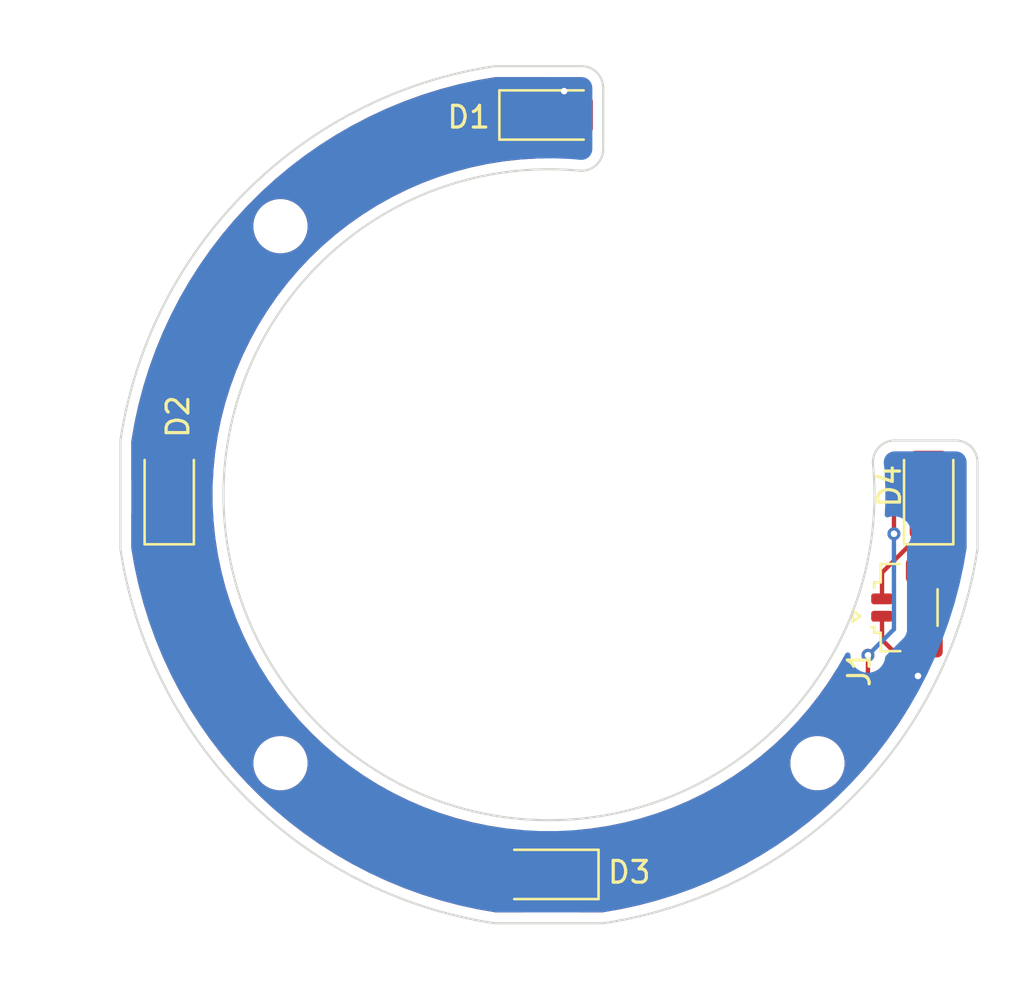
<source format=kicad_pcb>
(kicad_pcb (version 20240108) (generator "pcbnew") (generator_version "8.0")
  (layers (0 "F.Cu" signal) (31 "B.Cu" signal) (34 "B.Paste" user) (35 "F.Paste" user) (36 "B.SilkS" user "B.Silkscreen") (37 "F.SilkS" user "F.Silkscreen") (38 "B.Mask" user) (39 "F.Mask" user) (44 "Edge.Cuts" user))
  (net 0 "")
  (net 1 "Net-(D1-K)")
  (net 2 "Net-(D1-A)")
  (net 3 "Net-(D2-K)")
  (net 4 "Net-(D3-K)")
  (net 5 "Net-(D4-K)")
  (footprint "LED_SMD:LED_1206_3216Metric" (layer "F.Cu") (at 155.2 95.2 90)
    (property "Reference" "D4" (at 0.4 -1.8 90) (layer "F.SilkS"))
    (property "Value" "XL-3216HIRC-850")
    (fp_line (start 1.6 -1.135) (end -2.285 -1.135) (stroke (width 0.12)) (layer "F.SilkS"))
    (fp_line (start -2.285 -1.135) (end -2.285 1.135) (stroke (width 0.12)) (layer "F.SilkS"))
    (fp_line (start -2.285 1.135) (end 1.6 1.135) (stroke (width 0.12)) (layer "F.SilkS"))
    (pad "1" smd roundrect (at -1.4 0 90) (size 1.25 1.75) (layers "F.Cu" "F.Paste" "F.Mask") (roundrect_rratio 0.2) (net 5 "Net-(D4-K)"))
    (pad "2" smd roundrect (at 1.4 0 90) (size 1.25 1.75) (layers "F.Cu" "F.Paste" "F.Mask") (roundrect_rratio 0.2) (net 4 "Net-(D3-K)"))
  )
  (footprint "MountingHole:MountingHole_2mm" (layer "F.Cu") (at 150.074368 107.574368)
    (property "Reference" "H3" (hide yes))
    (property "Value" "MountingHole" (hide yes))
    (pad "" np_thru_hole circle (at 0 0) (size 2 2) (drill 2) (layers "*.Cu" "*.Mask"))
  )
  (footprint "MountingHole:MountingHole_2mm" (layer "F.Cu") (at 125.325631 82.825631)
    (property "Reference" "H1" (hide yes))
    (property "Value" "MountingHole" (hide yes))
    (pad "" np_thru_hole circle (at 0 0) (size 2 2) (drill 2) (layers "*.Cu" "*.Mask"))
  )
  (footprint "Connector_JST:JST_SUR_SM02B-SURS-TF_1x02-1MP_P0.80mm_Horizontal" (layer "F.Cu") (at 154.2 100.4 90)
    (property "Reference" "J1" (at -2.8 -2.2 90) (layer "F.SilkS"))
    (property "Value" "SM02B-SURS-TF(LF)(SN)")
    (fp_line (start -0.15 -2.503553) (end -0.65 -2.503553) (stroke (width 0.12)) (layer "F.SilkS"))
    (fp_line (start -0.65 -2.503553) (end -0.4 -2.15) (stroke (width 0.12)) (layer "F.SilkS"))
    (fp_line (start -0.4 -2.15) (end -0.15 -2.503553) (stroke (width 0.12)) (layer "F.SilkS"))
    (fp_line (start 1.16 -1.51) (end 0.91 -1.51) (stroke (width 0.12)) (layer "F.SilkS"))
    (fp_line (start -0.91 -1.51) (end -0.91 -1.65) (stroke (width 0.12)) (layer "F.SilkS"))
    (fp_line (start -1.16 -1.51) (end -0.91 -1.51) (stroke (width 0.12)) (layer "F.SilkS"))
    (fp_line (start 2.01 -1.21) (end 1.16 -1.21) (stroke (width 0.12)) (layer "F.SilkS"))
    (fp_line (start 1.16 -1.21) (end 1.16 -1.51) (stroke (width 0.12)) (layer "F.SilkS"))
    (fp_line (start -1.16 -1.21) (end -1.16 -1.51) (stroke (width 0.12)) (layer "F.SilkS"))
    (fp_line (start -2.01 -1.21) (end -1.16 -1.21) (stroke (width 0.12)) (layer "F.SilkS"))
    (fp_line (start 2.01 -0.31) (end 2.01 -1.21) (stroke (width 0.12)) (layer "F.SilkS"))
    (fp_line (start -2.01 -0.31) (end -2.01 -1.21) (stroke (width 0.12)) (layer "F.SilkS"))
    (fp_line (start -0.84 1.41) (end 0.84 1.41) (stroke (width 0.12)) (layer "F.SilkS"))
    (pad "1" smd roundrect (at -0.4 -1.15 90) (size 0.5 1) (layers "F.Cu" "F.Paste" "F.Mask") (net 2 "Net-(D1-A)"))
    (pad "2" smd roundrect (at 0.4 -1.15 90) (size 0.5 1) (layers "F.Cu" "F.Paste" "F.Mask") (net 5 "Net-(D4-K)"))
    (pad "MP" smd roundrect (at -1.7 0.8 90) (size 1.2 1.7) (layers "F.Cu" "F.Paste" "F.Mask") (roundrect_rratio 0.208333))
    (pad "MP" smd roundrect (at 1.7 0.8 90) (size 1.2 1.7) (layers "F.Cu" "F.Paste" "F.Mask") (roundrect_rratio 0.208333))
  )
  (footprint "MountingHole:MountingHole_2mm" (layer "F.Cu") (at 125.325631 107.574368)
    (property "Reference" "H2" (hide yes))
    (property "Value" "MountingHole" (hide yes))
    (pad "" np_thru_hole circle (at 0 0) (size 2 2) (drill 2) (layers "*.Cu" "*.Mask"))
  )
  (footprint "LED_SMD:LED_1206_3216Metric" (layer "F.Cu") (at 137.7 112.7 180)
    (property "Reference" "D3" (at -3.7 0.1 0) (layer "F.SilkS"))
    (property "Value" "XL-3216HIRC-850")
    (fp_line (start 1.6 -1.135) (end -2.285 -1.135) (stroke (width 0.12)) (layer "F.SilkS"))
    (fp_line (start -2.285 1.135) (end 1.6 1.135) (stroke (width 0.12)) (layer "F.SilkS"))
    (fp_line (start -2.285 -1.135) (end -2.285 1.135) (stroke (width 0.12)) (layer "F.SilkS"))
    (pad "1" smd roundrect (at -1.4 0 180) (size 1.25 1.75) (layers "F.Cu" "F.Paste" "F.Mask") (roundrect_rratio 0.2) (net 4 "Net-(D3-K)"))
    (pad "2" smd roundrect (at 1.4 0 180) (size 1.25 1.75) (layers "F.Cu" "F.Paste" "F.Mask") (roundrect_rratio 0.2) (net 3 "Net-(D2-K)"))
  )
  (footprint "LED_SMD:LED_1206_3216Metric" (layer "F.Cu") (at 137.7 77.7)
    (property "Reference" "D1" (at -3.7 0.1 0) (layer "F.SilkS"))
    (property "Value" "XL-3216HIRC-850")
    (fp_line (start -2.285 -1.135) (end -2.285 1.135) (stroke (width 0.12)) (layer "F.SilkS"))
    (fp_line (start -2.285 1.135) (end 1.6 1.135) (stroke (width 0.12)) (layer "F.SilkS"))
    (fp_line (start 1.6 -1.135) (end -2.285 -1.135) (stroke (width 0.12)) (layer "F.SilkS"))
    (pad "1" smd roundrect (at -1.4 0) (size 1.25 1.75) (layers "F.Cu" "F.Paste" "F.Mask") (roundrect_rratio 0.2) (net 1 "Net-(D1-K)"))
    (pad "2" smd roundrect (at 1.4 0) (size 1.25 1.75) (layers "F.Cu" "F.Paste" "F.Mask") (roundrect_rratio 0.2) (net 2 "Net-(D1-A)"))
  )
  (footprint "LED_SMD:LED_1206_3216Metric" (layer "F.Cu") (at 120.2 95.2 90)
    (property "Reference" "D2" (at 3.6 0.4 90) (layer "F.SilkS"))
    (property "Value" "XL-3216HIRC-850")
    (fp_line (start 1.6 -1.135) (end -2.285 -1.135) (stroke (width 0.12)) (layer "F.SilkS"))
    (fp_line (start -2.285 -1.135) (end -2.285 1.135) (stroke (width 0.12)) (layer "F.SilkS"))
    (fp_line (start -2.285 1.135) (end 1.6 1.135) (stroke (width 0.12)) (layer "F.SilkS"))
    (pad "1" smd roundrect (at -1.4 0 90) (size 1.25 1.75) (layers "F.Cu" "F.Paste" "F.Mask") (roundrect_rratio 0.2) (net 3 "Net-(D2-K)"))
    (pad "2" smd roundrect (at 1.4 0 90) (size 1.25 1.75) (layers "F.Cu" "F.Paste" "F.Mask") (roundrect_rratio 0.2) (net 1 "Net-(D1-K)"))
  )
  (gr_line (start 156.45 92.7) (end 153.629532 92.7) (stroke (width 0.1)) (layer "Edge.Cuts"))
  (gr_arc (start 152.633937 93.79375) (mid 152.890022 93.026854) (end 153.629532 92.7) (stroke (width 0.1)) (layer "Edge.Cuts"))
  (gr_line (start 157.45 93.7) (end 157.45 97.7) (stroke (width 0.1)) (layer "Edge.Cuts"))
  (gr_arc (start 135.2 114.95) (mid 123.734641 109.165359) (end 117.95 97.7) (stroke (width 0.1)) (layer "Edge.Cuts"))
  (gr_line (start 139.2 75.45) (end 135.2 75.45) (stroke (width 0.1)) (layer "Edge.Cuts"))
  (gr_line (start 135.2 114.95) (end 140.2 114.95) (stroke (width 0.1)) (layer "Edge.Cuts"))
  (gr_line (start 117.95 92.7) (end 117.95 97.7) (stroke (width 0.1)) (layer "Edge.Cuts"))
  (gr_arc (start 157.45 97.7) (mid 151.665359 109.165359) (end 140.2 114.95) (stroke (width 0.1)) (layer "Edge.Cuts"))
  (gr_arc (start 117.95 92.7) (mid 123.734641 81.234641) (end 135.2 75.45) (stroke (width 0.1)) (layer "Edge.Cuts"))
  (gr_line (start 140.2 79.270468) (end 140.2 76.45) (stroke (width 0.1)) (layer "Edge.Cuts"))
  (gr_arc (start 140.2 79.270468) (mid 139.873146 80.009978) (end 139.10625 80.266063) (stroke (width 0.1)) (layer "Edge.Cuts"))
  (gr_arc (start 139.2 75.45) (mid 139.907107 75.742893) (end 140.2 76.45) (stroke (width 0.1)) (layer "Edge.Cuts"))
  (gr_arc (start 152.633937 93.79375) (mid 127.093398 105.806602) (end 139.10625 80.266063) (stroke (width 0.1)) (layer "Edge.Cuts"))
  (gr_arc (start 156.45 92.7) (mid 157.157107 92.992893) (end 157.45 93.7) (stroke (width 0.1)) (layer "Edge.Cuts"))
  (segment (start 129.4 78) (end 126.8 80.6) (width 0.2) (layer "F.Cu") (net 1))
  (segment (start 123.8 84.4) (end 121.8 86.4) (width 0.2) (layer "F.Cu") (net 1))
  (segment (start 123.8 82.037271) (end 123.8 84.4) (width 0.2) (layer "F.Cu") (net 1))
  (segment (start 124.181783 82.018217) (end 123.819054 82.018217) (width 0.2) (layer "F.Cu") (net 1))
  (segment (start 125 81.2) (end 124.181783 82.018217) (width 0.2) (layer "F.Cu") (net 1))
  (segment (start 120.2 89.2) (end 120.2 93.8) (width 0.2) (layer "F.Cu") (net 1))
  (segment (start 136.3 77.7) (end 136 78) (width 0.2) (layer "F.Cu") (net 1))
  (segment (start 136 78) (end 129.4 78) (width 0.2) (layer "F.Cu") (net 1))
  (segment (start 123.819054 82.018217) (end 123.8 82.037271) (width 0.2) (layer "F.Cu") (net 1))
  (segment (start 125.4 81.2) (end 125 81.2) (width 0.2) (layer "F.Cu") (net 1))
  (segment (start 121.6 86.4) (end 121.6 87.8) (width 0.2) (layer "F.Cu") (net 1))
  (segment (start 126 80.6) (end 125.4 81.2) (width 0.2) (layer "F.Cu") (net 1))
  (segment (start 121.8 86.4) (end 121.6 86.4) (width 0.2) (layer "F.Cu") (net 1))
  (segment (start 126.8 80.6) (end 126 80.6) (width 0.2) (layer "F.Cu") (net 1))
  (segment (start 121.6 87.8) (end 120.2 89.2) (width 0.2) (layer "F.Cu") (net 1))
  (segment (start 154.706589 103.541333) (end 154.706589 103.555016) (width 0.2) (layer "F.Cu") (net 2))
  (segment (start 153.05 101.884744) (end 154.706589 103.541333) (width 0.2) (layer "F.Cu") (net 2))
  (segment (start 138.4 76.6) (end 138.4 77) (width 0.2) (layer "F.Cu") (net 2))
  (segment (start 153.05 100.8) (end 153.05 101.884744) (width 0.2) (layer "F.Cu") (net 2))
  (segment (start 138.4 77) (end 139.1 77.7) (width 0.2) (layer "F.Cu") (net 2))
  (via (at 154.706589 103.555016) (size 0.6) (drill 0.3) (layers "F.Cu" "B.Cu") (net 2))
  (via (at 138.4 76.6) (size 0.6) (drill 0.3) (layers "F.Cu" "B.Cu") (net 2))
  (segment (start 125.6 109.8) (end 126.8 109.8) (width 0.2) (layer "B.Cu") (net 2))
  (segment (start 134 77.8) (end 129.8 77.8) (width 0.2) (layer "B.Cu") (net 2))
  (segment (start 125 109.2) (end 125.6 109.8) (width 0.2) (layer "B.Cu") (net 2))
  (segment (start 131.2 113.2) (end 131.6 113.2) (width 0.2) (layer "B.Cu") (net 2))
  (segment (start 135 77) (end 134.8 77) (width 0.2) (layer "B.Cu") (net 2))
  (segment (start 129.6 112.4) (end 129.8 112.6) (width 0.2) (layer "B.Cu") (net 2))
  (segment (start 123.8 82.2) (end 123.8 82.8) (width 0.2) (layer "B.Cu") (net 2))
  (segment (start 129.8 77.8) (end 126.570999 81.029001) (width 0.2) (layer "B.Cu") (net 2))
  (segment (start 133 113.6) (end 133.2 113.8) (width 0.2) (layer "B.Cu") (net 2))
  (segment (start 122.4 85.6) (end 120.2 87.8) (width 0.2) (layer "B.Cu") (net 2))
  (segment (start 122.4 84.2) (end 122.4 85.6) (width 0.2) (layer "B.Cu") (net 2))
  (segment (start 140.2 114) (end 142.12312 112.07688) (width 0.2) (layer "B.Cu") (net 2))
  (segment (start 138.4 76.6) (end 135.4 76.6) (width 0.2) (layer "B.Cu") (net 2))
  (segment (start 119 97.6) (end 120 98.6) (width 0.2) (layer "B.Cu") (net 2))
  (segment (start 154.512696 104.35302) (end 154.706589 103.992706) (width 0.2) (layer "B.Cu") (net 2))
  (segment (start 130.8 113) (end 131 113) (width 0.2) (layer "B.Cu") (net 2))
  (segment (start 126.8 109.8) (end 129.4 112.4) (width 0.2) (layer "B.Cu") (net 2))
  (segment (start 130.6 112.8) (end 130.8 113) (width 0.2) (layer "B.Cu") (net 2))
  (segment (start 124.825337 81.174663) (end 123.8 82.2) (width 0.2) (layer "B.Cu") (net 2))
  (segment (start 123.6 108) (end 124.8 109.2) (width 0.2) (layer "B.Cu") (net 2))
  (segment (start 134.8 77) (end 134 77.8) (width 0.2) (layer "B.Cu") (net 2))
  (segment (start 130.2 112.6) (end 130.4 112.8) (width 0.2) (layer "B.Cu") (net 2))
  (segment (start 120 98.6) (end 120 102.4) (width 0.2) (layer "B.Cu") (net 2))
  (segment (start 132.2 113.4) (end 132.4 113.6) (width 0.2) (layer "B.Cu") (net 2))
  (segment (start 130.4 112.8) (end 130.6 112.8) (width 0.2) (layer "B.Cu") (net 2))
  (segment (start 142.12312 112.07688) (end 146.733746 112.07688) (width 0.2) (layer "B.Cu") (net 2))
  (segment (start 129.4 112.4) (end 129.6 112.4) (width 0.2) (layer "B.Cu") (net 2))
  (segment (start 123.8 82.8) (end 122.4 84.2) (width 0.2) (layer "B.Cu") (net 2))
  (segment (start 119 93) (end 119 97.6) (width 0.2) (layer "B.Cu") (net 2))
  (segment (start 133.2 113.8) (end 134.2 113.8) (width 0.2) (layer "B.Cu") (net 2))
  (segment (start 120.2 87.8) (end 120.2 91.8) (width 0.2) (layer "B.Cu") (net 2))
  (segment (start 124.825337 81.029001) (end 124.825337 81.174663) (width 0.2) (layer "B.Cu") (net 2))
  (segment (start 154.706589 103.992706) (end 154.706589 103.555016) (width 0.2) (layer "B.Cu") (net 2))
  (segment (start 131.8 113.4) (end 132.2 113.4) (width 0.2) (layer "B.Cu") (net 2))
  (segment (start 151.672074 107.193642) (end 154.512696 104.35302) (width 0.2) (layer "B.Cu") (net 2))
  (segment (start 151.672074 108.286471) (end 151.672074 107.193642) (width 0.2) (layer "B.Cu") (net 2))
  (segment (start 120.4 102.8) (end 120.4 103.4) (width 0.2) (layer "B.Cu") (net 2))
  (segment (start 151.034177 108.924368) (end 151.672074 108.286471) (width 0.2) (layer "B.Cu") (net 2))
  (segment (start 134.2 113.8) (end 134.4 114) (width 0.2) (layer "B.Cu") (net 2))
  (segment (start 129.8 112.6) (end 130.2 112.6) (width 0.2) (layer "B.Cu") (net 2))
  (segment (start 126.570999 81.029001) (end 124.825337 81.029001) (width 0.2) (layer "B.Cu") (net 2))
  (segment (start 134.4 114) (end 140.2 114) (width 0.2) (layer "B.Cu") (net 2))
  (segment (start 131 113) (end 131.2 113.2) (width 0.2) (layer "B.Cu") (net 2))
  (segment (start 149.886258 108.924368) (end 151.034177 108.924368) (width 0.2) (layer "B.Cu") (net 2))
  (segment (start 146.733746 112.07688) (end 149.886258 108.924368) (width 0.2) (layer "B.Cu") (net 2))
  (segment (start 124.8 109.2) (end 125 109.2) (width 0.2) (layer "B.Cu") (net 2))
  (segment (start 135.4 76.6) (end 135 77) (width 0.2) (layer "B.Cu") (net 2))
  (segment (start 132.4 113.6) (end 133 113.6) (width 0.2) (layer "B.Cu") (net 2))
  (segment (start 123.6 106.6) (end 123.6 108) (width 0.2) (layer "B.Cu") (net 2))
  (segment (start 120 102.4) (end 120.4 102.8) (width 0.2) (layer "B.Cu") (net 2))
  (segment (start 131.6 113.2) (end 131.8 113.4) (width 0.2) (layer "B.Cu") (net 2))
  (segment (start 120.2 91.8) (end 119 93) (width 0.2) (layer "B.Cu") (net 2))
  (segment (start 120.4 103.4) (end 123.6 106.6) (width 0.2) (layer "B.Cu") (net 2))
  (segment (start 123.2 106.8) (end 123.2 107.4) (width 0.2) (layer "F.Cu") (net 3))
  (segment (start 126 109.2) (end 127.8 111) (width 0.2) (layer "F.Cu") (net 3))
  (segment (start 127.8 111) (end 130.4 111) (width 0.2) (layer "F.Cu") (net 3))
  (segment (start 125 109.2) (end 126 109.2) (width 0.2) (layer "F.Cu") (net 3))
  (segment (start 121.6 105.2) (end 123.2 106.8) (width 0.2) (layer "F.Cu") (net 3))
  (segment (start 123.2 107.4) (end 125 109.2) (width 0.2) (layer "F.Cu") (net 3))
  (segment (start 131.8 112.4) (end 136 112.4) (width 0.2) (layer "F.Cu") (net 3))
  (segment (start 136 112.4) (end 136.3 112.7) (width 0.2) (layer "F.Cu") (net 3))
  (segment (start 120.2 100.6) (end 121.6 102) (width 0.2) (layer "F.Cu") (net 3))
  (segment (start 130.4 111) (end 131.8 112.4) (width 0.2) (layer "F.Cu") (net 3))
  (segment (start 121.6 102) (end 121.6 105.2) (width 0.2) (layer "F.Cu") (net 3))
  (segment (start 120.2 96.6) (end 120.2 100.6) (width 0.2) (layer "F.Cu") (net 3))
  (segment (start 149.2 110) (end 148 110) (width 0.2) (layer "F.Cu") (net 4))
  (segment (start 150 109.2) (end 149.2 110) (width 0.2) (layer "F.Cu") (net 4))
  (segment (start 145.3 112.7) (end 139.1 112.7) (width 0.2) (layer "F.Cu") (net 4))
  (segment (start 152.4 102.6) (end 152.4 107.4) (width 0.2) (layer "F.Cu") (net 4))
  (segment (start 153.6 97) (end 153.6 95.4) (width 0.2) (layer "F.Cu") (net 4))
  (segment (start 152.4 107.4) (end 150.6 109.2) (width 0.2) (layer "F.Cu") (net 4))
  (segment (start 153.6 95.4) (end 155.2 93.8) (width 0.2) (layer "F.Cu") (net 4))
  (segment (start 148 110) (end 145.3 112.7) (width 0.2) (layer "F.Cu") (net 4))
  (segment (start 150.6 109.2) (end 150 109.2) (width 0.2) (layer "F.Cu") (net 4))
  (via (at 152.4 102.6) (size 0.6) (drill 0.3) (layers "F.Cu" "B.Cu") (net 4))
  (via (at 153.6 97) (size 0.6) (drill 0.3) (layers "F.Cu" "B.Cu") (net 4))
  (segment (start 152.4 102.6) (end 153.6 101.4) (width 0.2) (layer "B.Cu") (net 4))
  (segment (start 153.6 101.4) (end 153.6 97) (width 0.2) (layer "B.Cu") (net 4))
  (segment (start 155.2 96.639883) (end 153.05 98.789883) (width 0.2) (layer "F.Cu") (net 5))
  (segment (start 153.05 98.789883) (end 153.05 100) (width 0.2) (layer "F.Cu") (net 5))
  (segment (start 155.2 96.6) (end 155.2 96.639883) (width 0.2) (layer "F.Cu") (net 5))
  (zone (net 4) (net_name "Net-(D3-K)") (layer "F.Cu") (priority 2) (connect_pads (clearance 0.5)) (min_thickness 0.25) (fill yes (thermal_gap 0.5) (thermal_bridge_width 0.5))
    (polygon (pts (xy 139 116.8) (xy 139 95.6) (xy 157.2 107) (xy 148.4 114)))
  )
  (zone (net 1) (net_name "Net-(D1-K)") (layer "F.Cu") (connect_pads (clearance 0.5)) (min_thickness 0.25) (fill yes (thermal_gap 0.5) (thermal_bridge_width 0.5))
    (polygon (pts (xy 137.6 94.6) (xy 112.4 94.6) (xy 125.4 76.2) (xy 137.6 73.6)))
  )
  (zone (net 3) (net_name "Net-(D2-K)") (layer "F.Cu") (priority 1) (connect_pads (clearance 0.5)) (min_thickness 0.25) (fill yes (thermal_gap 0.5) (thermal_bridge_width 0.5))
    (polygon (pts (xy 115.2 96) (xy 136.6 95.8) (xy 136.6 116.8) (xy 123.8 115.4) (xy 116 100.4)))
  )
  (zone (net 2) (net_name "Net-(D1-A)") (layer "B.Cu") (priority 3) (connect_pads (clearance 0.5)) (min_thickness 0.25) (fill yes (thermal_gap 0.5) (thermal_bridge_width 0.5))
    (polygon (pts (xy 141.4 73.8) (xy 141.8 83) (xy 130.6 85) (xy 125.2 93.4) (xy 128 102.8) (xy 139.6 107) (xy 147.8 103.6) (xy 151 96.2) (xy 150.6 90.2) (xy 159.6 90) (xy 159.4 102.4) (xy 155.8 110.8) (xy 149.4 114.2) (xy 138.8 117.8) (xy 129.2 117.2) (xy 120.4 111.2) (xy 114 102.4) (xy 113.2 91.8) (xy 116.6 84.2) (xy 122.6 76.8) (xy 135.6 73.2) (xy 140.4 72.4)))
  )
)
</source>
